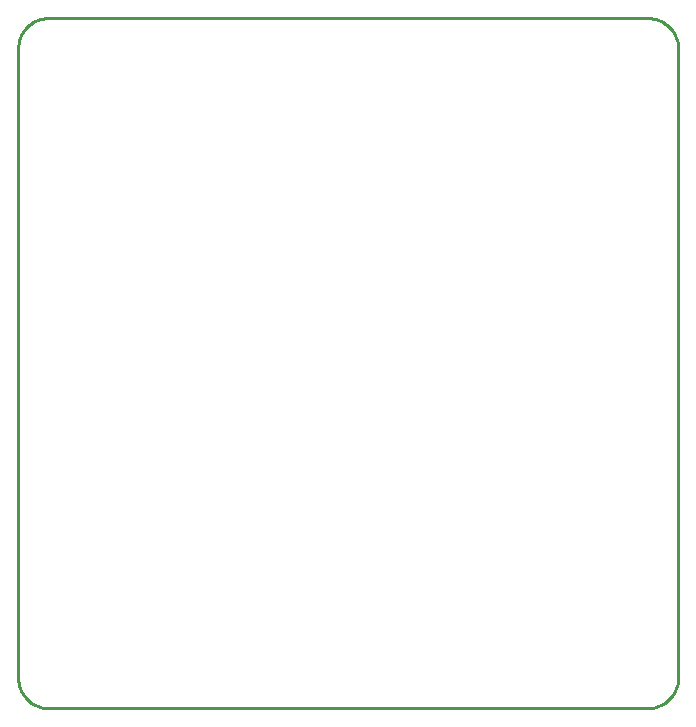
<source format=gbr>
G04 EAGLE Gerber RS-274X export*
G75*
%MOMM*%
%FSLAX34Y34*%
%LPD*%
%IN*%
%IPPOS*%
%AMOC8*
5,1,8,0,0,1.08239X$1,22.5*%
G01*
%ADD10C,0.254000*%


D10*
X-279400Y-25400D02*
X-279303Y-27614D01*
X-279014Y-29811D01*
X-278535Y-31974D01*
X-277868Y-34087D01*
X-277020Y-36135D01*
X-275997Y-38100D01*
X-274806Y-39969D01*
X-273458Y-41727D01*
X-271961Y-43361D01*
X-270327Y-44858D01*
X-268569Y-46206D01*
X-266700Y-47397D01*
X-264735Y-48420D01*
X-262687Y-49268D01*
X-260574Y-49935D01*
X-258411Y-50414D01*
X-256214Y-50703D01*
X-254000Y-50800D01*
X254000Y-50800D01*
X256214Y-50703D01*
X258411Y-50414D01*
X260574Y-49935D01*
X262687Y-49268D01*
X264735Y-48420D01*
X266700Y-47397D01*
X268569Y-46206D01*
X270327Y-44858D01*
X271961Y-43361D01*
X273458Y-41727D01*
X274806Y-39969D01*
X275997Y-38100D01*
X277020Y-36135D01*
X277868Y-34087D01*
X278535Y-31974D01*
X279014Y-29811D01*
X279303Y-27614D01*
X279400Y-25400D01*
X279400Y508000D01*
X279303Y510214D01*
X279014Y512411D01*
X278535Y514574D01*
X277868Y516687D01*
X277020Y518735D01*
X275997Y520700D01*
X274806Y522569D01*
X273458Y524327D01*
X271961Y525961D01*
X270327Y527458D01*
X268569Y528806D01*
X266700Y529997D01*
X264735Y531020D01*
X262687Y531868D01*
X260574Y532535D01*
X258411Y533014D01*
X256214Y533303D01*
X254000Y533400D01*
X-254000Y533400D01*
X-256214Y533303D01*
X-258411Y533014D01*
X-260574Y532535D01*
X-262687Y531868D01*
X-264735Y531020D01*
X-266700Y529997D01*
X-268569Y528806D01*
X-270327Y527458D01*
X-271961Y525961D01*
X-273458Y524327D01*
X-274806Y522569D01*
X-275997Y520700D01*
X-277020Y518735D01*
X-277868Y516687D01*
X-278535Y514574D01*
X-279014Y512411D01*
X-279303Y510214D01*
X-279400Y508000D01*
X-279400Y-25400D01*
M02*

</source>
